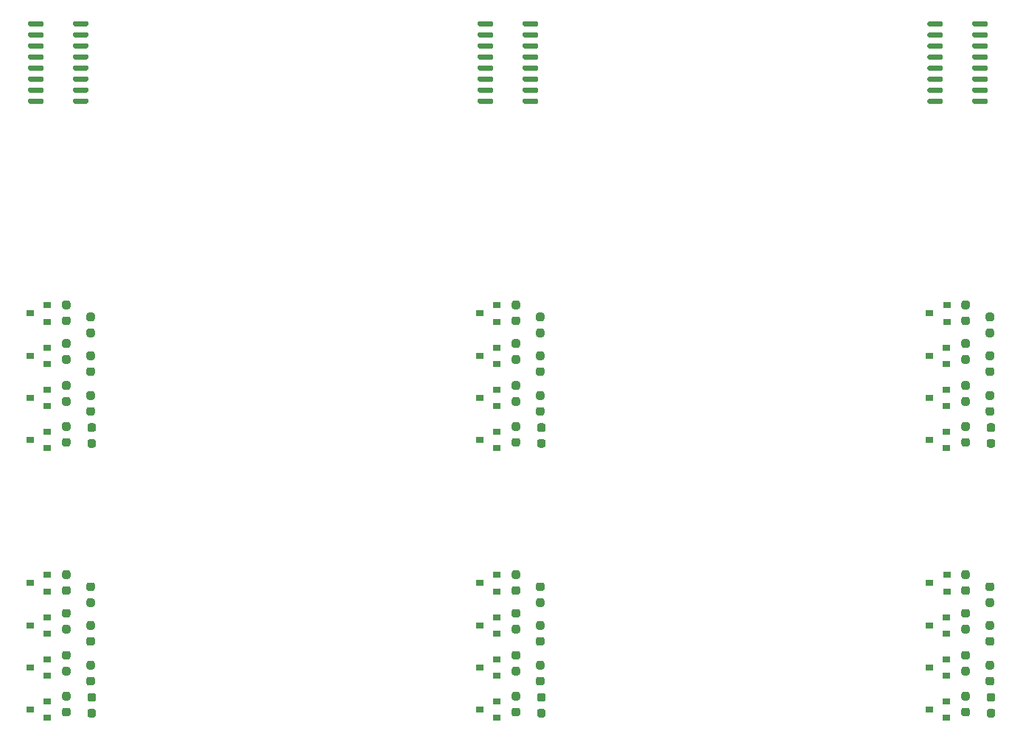
<source format=gbr>
%TF.GenerationSoftware,KiCad,Pcbnew,(5.1.8)-1*%
%TF.CreationDate,2021-02-10T13:28:32-06:00*%
%TF.ProjectId,PanelDrivers,50616e65-6c44-4726-9976-6572732e6b69,rev?*%
%TF.SameCoordinates,Original*%
%TF.FileFunction,Paste,Top*%
%TF.FilePolarity,Positive*%
%FSLAX46Y46*%
G04 Gerber Fmt 4.6, Leading zero omitted, Abs format (unit mm)*
G04 Created by KiCad (PCBNEW (5.1.8)-1) date 2021-02-10 13:28:32*
%MOMM*%
%LPD*%
G01*
G04 APERTURE LIST*
%ADD10R,0.900000X0.800000*%
G04 APERTURE END LIST*
%TO.C,R9*%
G36*
G01*
X164131300Y-137240200D02*
X163656300Y-137240200D01*
G75*
G02*
X163418800Y-137002700I0J237500D01*
G01*
X163418800Y-136502700D01*
G75*
G02*
X163656300Y-136265200I237500J0D01*
G01*
X164131300Y-136265200D01*
G75*
G02*
X164368800Y-136502700I0J-237500D01*
G01*
X164368800Y-137002700D01*
G75*
G02*
X164131300Y-137240200I-237500J0D01*
G01*
G37*
G36*
G01*
X164131300Y-139065200D02*
X163656300Y-139065200D01*
G75*
G02*
X163418800Y-138827700I0J237500D01*
G01*
X163418800Y-138327700D01*
G75*
G02*
X163656300Y-138090200I237500J0D01*
G01*
X164131300Y-138090200D01*
G75*
G02*
X164368800Y-138327700I0J-237500D01*
G01*
X164368800Y-138827700D01*
G75*
G02*
X164131300Y-139065200I-237500J0D01*
G01*
G37*
%TD*%
%TO.C,R9*%
G36*
G01*
X112481300Y-137240200D02*
X112006300Y-137240200D01*
G75*
G02*
X111768800Y-137002700I0J237500D01*
G01*
X111768800Y-136502700D01*
G75*
G02*
X112006300Y-136265200I237500J0D01*
G01*
X112481300Y-136265200D01*
G75*
G02*
X112718800Y-136502700I0J-237500D01*
G01*
X112718800Y-137002700D01*
G75*
G02*
X112481300Y-137240200I-237500J0D01*
G01*
G37*
G36*
G01*
X112481300Y-139065200D02*
X112006300Y-139065200D01*
G75*
G02*
X111768800Y-138827700I0J237500D01*
G01*
X111768800Y-138327700D01*
G75*
G02*
X112006300Y-138090200I237500J0D01*
G01*
X112481300Y-138090200D01*
G75*
G02*
X112718800Y-138327700I0J-237500D01*
G01*
X112718800Y-138827700D01*
G75*
G02*
X112481300Y-139065200I-237500J0D01*
G01*
G37*
%TD*%
%TO.C,R10*%
G36*
G01*
X166925300Y-130937200D02*
X166450300Y-130937200D01*
G75*
G02*
X166212800Y-130699700I0J237500D01*
G01*
X166212800Y-130199700D01*
G75*
G02*
X166450300Y-129962200I237500J0D01*
G01*
X166925300Y-129962200D01*
G75*
G02*
X167162800Y-130199700I0J-237500D01*
G01*
X167162800Y-130699700D01*
G75*
G02*
X166925300Y-130937200I-237500J0D01*
G01*
G37*
G36*
G01*
X166925300Y-129112200D02*
X166450300Y-129112200D01*
G75*
G02*
X166212800Y-128874700I0J237500D01*
G01*
X166212800Y-128374700D01*
G75*
G02*
X166450300Y-128137200I237500J0D01*
G01*
X166925300Y-128137200D01*
G75*
G02*
X167162800Y-128374700I0J-237500D01*
G01*
X167162800Y-128874700D01*
G75*
G02*
X166925300Y-129112200I-237500J0D01*
G01*
G37*
%TD*%
%TO.C,R10*%
G36*
G01*
X115275300Y-130937200D02*
X114800300Y-130937200D01*
G75*
G02*
X114562800Y-130699700I0J237500D01*
G01*
X114562800Y-130199700D01*
G75*
G02*
X114800300Y-129962200I237500J0D01*
G01*
X115275300Y-129962200D01*
G75*
G02*
X115512800Y-130199700I0J-237500D01*
G01*
X115512800Y-130699700D01*
G75*
G02*
X115275300Y-130937200I-237500J0D01*
G01*
G37*
G36*
G01*
X115275300Y-129112200D02*
X114800300Y-129112200D01*
G75*
G02*
X114562800Y-128874700I0J237500D01*
G01*
X114562800Y-128374700D01*
G75*
G02*
X114800300Y-128137200I237500J0D01*
G01*
X115275300Y-128137200D01*
G75*
G02*
X115512800Y-128374700I0J-237500D01*
G01*
X115512800Y-128874700D01*
G75*
G02*
X115275300Y-129112200I-237500J0D01*
G01*
G37*
%TD*%
%TO.C,R21*%
G36*
G01*
X164131300Y-123270200D02*
X163656300Y-123270200D01*
G75*
G02*
X163418800Y-123032700I0J237500D01*
G01*
X163418800Y-122532700D01*
G75*
G02*
X163656300Y-122295200I237500J0D01*
G01*
X164131300Y-122295200D01*
G75*
G02*
X164368800Y-122532700I0J-237500D01*
G01*
X164368800Y-123032700D01*
G75*
G02*
X164131300Y-123270200I-237500J0D01*
G01*
G37*
G36*
G01*
X164131300Y-125095200D02*
X163656300Y-125095200D01*
G75*
G02*
X163418800Y-124857700I0J237500D01*
G01*
X163418800Y-124357700D01*
G75*
G02*
X163656300Y-124120200I237500J0D01*
G01*
X164131300Y-124120200D01*
G75*
G02*
X164368800Y-124357700I0J-237500D01*
G01*
X164368800Y-124857700D01*
G75*
G02*
X164131300Y-125095200I-237500J0D01*
G01*
G37*
%TD*%
%TO.C,R21*%
G36*
G01*
X112481300Y-123270200D02*
X112006300Y-123270200D01*
G75*
G02*
X111768800Y-123032700I0J237500D01*
G01*
X111768800Y-122532700D01*
G75*
G02*
X112006300Y-122295200I237500J0D01*
G01*
X112481300Y-122295200D01*
G75*
G02*
X112718800Y-122532700I0J-237500D01*
G01*
X112718800Y-123032700D01*
G75*
G02*
X112481300Y-123270200I-237500J0D01*
G01*
G37*
G36*
G01*
X112481300Y-125095200D02*
X112006300Y-125095200D01*
G75*
G02*
X111768800Y-124857700I0J237500D01*
G01*
X111768800Y-124357700D01*
G75*
G02*
X112006300Y-124120200I237500J0D01*
G01*
X112481300Y-124120200D01*
G75*
G02*
X112718800Y-124357700I0J-237500D01*
G01*
X112718800Y-124857700D01*
G75*
G02*
X112481300Y-125095200I-237500J0D01*
G01*
G37*
%TD*%
D10*
%TO.C,Q2*%
X159718800Y-138300200D03*
X161718800Y-137350200D03*
X161718800Y-139250200D03*
%TD*%
%TO.C,Q2*%
X108068800Y-138300200D03*
X110068800Y-137350200D03*
X110068800Y-139250200D03*
%TD*%
%TO.C,Q4*%
X161718800Y-134424200D03*
X161718800Y-132524200D03*
X159718800Y-133474200D03*
%TD*%
%TO.C,Q4*%
X110068800Y-134424200D03*
X110068800Y-132524200D03*
X108068800Y-133474200D03*
%TD*%
%TO.C,R8*%
G36*
G01*
X167052300Y-139192200D02*
X166577300Y-139192200D01*
G75*
G02*
X166339800Y-138954700I0J237500D01*
G01*
X166339800Y-138454700D01*
G75*
G02*
X166577300Y-138217200I237500J0D01*
G01*
X167052300Y-138217200D01*
G75*
G02*
X167289800Y-138454700I0J-237500D01*
G01*
X167289800Y-138954700D01*
G75*
G02*
X167052300Y-139192200I-237500J0D01*
G01*
G37*
G36*
G01*
X167052300Y-137367200D02*
X166577300Y-137367200D01*
G75*
G02*
X166339800Y-137129700I0J237500D01*
G01*
X166339800Y-136629700D01*
G75*
G02*
X166577300Y-136392200I237500J0D01*
G01*
X167052300Y-136392200D01*
G75*
G02*
X167289800Y-136629700I0J-237500D01*
G01*
X167289800Y-137129700D01*
G75*
G02*
X167052300Y-137367200I-237500J0D01*
G01*
G37*
%TD*%
%TO.C,R8*%
G36*
G01*
X115402300Y-139192200D02*
X114927300Y-139192200D01*
G75*
G02*
X114689800Y-138954700I0J237500D01*
G01*
X114689800Y-138454700D01*
G75*
G02*
X114927300Y-138217200I237500J0D01*
G01*
X115402300Y-138217200D01*
G75*
G02*
X115639800Y-138454700I0J-237500D01*
G01*
X115639800Y-138954700D01*
G75*
G02*
X115402300Y-139192200I-237500J0D01*
G01*
G37*
G36*
G01*
X115402300Y-137367200D02*
X114927300Y-137367200D01*
G75*
G02*
X114689800Y-137129700I0J237500D01*
G01*
X114689800Y-136629700D01*
G75*
G02*
X114927300Y-136392200I237500J0D01*
G01*
X115402300Y-136392200D01*
G75*
G02*
X115639800Y-136629700I0J-237500D01*
G01*
X115639800Y-137129700D01*
G75*
G02*
X115402300Y-137367200I-237500J0D01*
G01*
G37*
%TD*%
%TO.C,Q3*%
X159718800Y-128648200D03*
X161718800Y-127698200D03*
X161718800Y-129598200D03*
%TD*%
%TO.C,Q3*%
X108068800Y-128648200D03*
X110068800Y-127698200D03*
X110068800Y-129598200D03*
%TD*%
%TO.C,R20*%
G36*
G01*
X166925300Y-126492200D02*
X166450300Y-126492200D01*
G75*
G02*
X166212800Y-126254700I0J237500D01*
G01*
X166212800Y-125754700D01*
G75*
G02*
X166450300Y-125517200I237500J0D01*
G01*
X166925300Y-125517200D01*
G75*
G02*
X167162800Y-125754700I0J-237500D01*
G01*
X167162800Y-126254700D01*
G75*
G02*
X166925300Y-126492200I-237500J0D01*
G01*
G37*
G36*
G01*
X166925300Y-124667200D02*
X166450300Y-124667200D01*
G75*
G02*
X166212800Y-124429700I0J237500D01*
G01*
X166212800Y-123929700D01*
G75*
G02*
X166450300Y-123692200I237500J0D01*
G01*
X166925300Y-123692200D01*
G75*
G02*
X167162800Y-123929700I0J-237500D01*
G01*
X167162800Y-124429700D01*
G75*
G02*
X166925300Y-124667200I-237500J0D01*
G01*
G37*
%TD*%
%TO.C,R20*%
G36*
G01*
X115275300Y-126492200D02*
X114800300Y-126492200D01*
G75*
G02*
X114562800Y-126254700I0J237500D01*
G01*
X114562800Y-125754700D01*
G75*
G02*
X114800300Y-125517200I237500J0D01*
G01*
X115275300Y-125517200D01*
G75*
G02*
X115512800Y-125754700I0J-237500D01*
G01*
X115512800Y-126254700D01*
G75*
G02*
X115275300Y-126492200I-237500J0D01*
G01*
G37*
G36*
G01*
X115275300Y-124667200D02*
X114800300Y-124667200D01*
G75*
G02*
X114562800Y-124429700I0J237500D01*
G01*
X114562800Y-123929700D01*
G75*
G02*
X114800300Y-123692200I237500J0D01*
G01*
X115275300Y-123692200D01*
G75*
G02*
X115512800Y-123929700I0J-237500D01*
G01*
X115512800Y-124429700D01*
G75*
G02*
X115275300Y-124667200I-237500J0D01*
G01*
G37*
%TD*%
%TO.C,Q5*%
X161734800Y-124711200D03*
X161734800Y-122811200D03*
X159734800Y-123761200D03*
%TD*%
%TO.C,Q5*%
X110084800Y-124711200D03*
X110084800Y-122811200D03*
X108084800Y-123761200D03*
%TD*%
%TO.C,R19*%
G36*
G01*
X164131300Y-132541200D02*
X163656300Y-132541200D01*
G75*
G02*
X163418800Y-132303700I0J237500D01*
G01*
X163418800Y-131803700D01*
G75*
G02*
X163656300Y-131566200I237500J0D01*
G01*
X164131300Y-131566200D01*
G75*
G02*
X164368800Y-131803700I0J-237500D01*
G01*
X164368800Y-132303700D01*
G75*
G02*
X164131300Y-132541200I-237500J0D01*
G01*
G37*
G36*
G01*
X164131300Y-134366200D02*
X163656300Y-134366200D01*
G75*
G02*
X163418800Y-134128700I0J237500D01*
G01*
X163418800Y-133628700D01*
G75*
G02*
X163656300Y-133391200I237500J0D01*
G01*
X164131300Y-133391200D01*
G75*
G02*
X164368800Y-133628700I0J-237500D01*
G01*
X164368800Y-134128700D01*
G75*
G02*
X164131300Y-134366200I-237500J0D01*
G01*
G37*
%TD*%
%TO.C,R19*%
G36*
G01*
X112481300Y-132541200D02*
X112006300Y-132541200D01*
G75*
G02*
X111768800Y-132303700I0J237500D01*
G01*
X111768800Y-131803700D01*
G75*
G02*
X112006300Y-131566200I237500J0D01*
G01*
X112481300Y-131566200D01*
G75*
G02*
X112718800Y-131803700I0J-237500D01*
G01*
X112718800Y-132303700D01*
G75*
G02*
X112481300Y-132541200I-237500J0D01*
G01*
G37*
G36*
G01*
X112481300Y-134366200D02*
X112006300Y-134366200D01*
G75*
G02*
X111768800Y-134128700I0J237500D01*
G01*
X111768800Y-133628700D01*
G75*
G02*
X112006300Y-133391200I237500J0D01*
G01*
X112481300Y-133391200D01*
G75*
G02*
X112718800Y-133628700I0J-237500D01*
G01*
X112718800Y-134128700D01*
G75*
G02*
X112481300Y-134366200I-237500J0D01*
G01*
G37*
%TD*%
%TO.C,R18*%
G36*
G01*
X166925300Y-135509200D02*
X166450300Y-135509200D01*
G75*
G02*
X166212800Y-135271700I0J237500D01*
G01*
X166212800Y-134771700D01*
G75*
G02*
X166450300Y-134534200I237500J0D01*
G01*
X166925300Y-134534200D01*
G75*
G02*
X167162800Y-134771700I0J-237500D01*
G01*
X167162800Y-135271700D01*
G75*
G02*
X166925300Y-135509200I-237500J0D01*
G01*
G37*
G36*
G01*
X166925300Y-133684200D02*
X166450300Y-133684200D01*
G75*
G02*
X166212800Y-133446700I0J237500D01*
G01*
X166212800Y-132946700D01*
G75*
G02*
X166450300Y-132709200I237500J0D01*
G01*
X166925300Y-132709200D01*
G75*
G02*
X167162800Y-132946700I0J-237500D01*
G01*
X167162800Y-133446700D01*
G75*
G02*
X166925300Y-133684200I-237500J0D01*
G01*
G37*
%TD*%
%TO.C,R18*%
G36*
G01*
X115275300Y-135509200D02*
X114800300Y-135509200D01*
G75*
G02*
X114562800Y-135271700I0J237500D01*
G01*
X114562800Y-134771700D01*
G75*
G02*
X114800300Y-134534200I237500J0D01*
G01*
X115275300Y-134534200D01*
G75*
G02*
X115512800Y-134771700I0J-237500D01*
G01*
X115512800Y-135271700D01*
G75*
G02*
X115275300Y-135509200I-237500J0D01*
G01*
G37*
G36*
G01*
X115275300Y-133684200D02*
X114800300Y-133684200D01*
G75*
G02*
X114562800Y-133446700I0J237500D01*
G01*
X114562800Y-132946700D01*
G75*
G02*
X114800300Y-132709200I237500J0D01*
G01*
X115275300Y-132709200D01*
G75*
G02*
X115512800Y-132946700I0J-237500D01*
G01*
X115512800Y-133446700D01*
G75*
G02*
X115275300Y-133684200I-237500J0D01*
G01*
G37*
%TD*%
%TO.C,R17*%
G36*
G01*
X164131300Y-127715200D02*
X163656300Y-127715200D01*
G75*
G02*
X163418800Y-127477700I0J237500D01*
G01*
X163418800Y-126977700D01*
G75*
G02*
X163656300Y-126740200I237500J0D01*
G01*
X164131300Y-126740200D01*
G75*
G02*
X164368800Y-126977700I0J-237500D01*
G01*
X164368800Y-127477700D01*
G75*
G02*
X164131300Y-127715200I-237500J0D01*
G01*
G37*
G36*
G01*
X164131300Y-129540200D02*
X163656300Y-129540200D01*
G75*
G02*
X163418800Y-129302700I0J237500D01*
G01*
X163418800Y-128802700D01*
G75*
G02*
X163656300Y-128565200I237500J0D01*
G01*
X164131300Y-128565200D01*
G75*
G02*
X164368800Y-128802700I0J-237500D01*
G01*
X164368800Y-129302700D01*
G75*
G02*
X164131300Y-129540200I-237500J0D01*
G01*
G37*
%TD*%
%TO.C,R17*%
G36*
G01*
X112481300Y-127715200D02*
X112006300Y-127715200D01*
G75*
G02*
X111768800Y-127477700I0J237500D01*
G01*
X111768800Y-126977700D01*
G75*
G02*
X112006300Y-126740200I237500J0D01*
G01*
X112481300Y-126740200D01*
G75*
G02*
X112718800Y-126977700I0J-237500D01*
G01*
X112718800Y-127477700D01*
G75*
G02*
X112481300Y-127715200I-237500J0D01*
G01*
G37*
G36*
G01*
X112481300Y-129540200D02*
X112006300Y-129540200D01*
G75*
G02*
X111768800Y-129302700I0J237500D01*
G01*
X111768800Y-128802700D01*
G75*
G02*
X112006300Y-128565200I237500J0D01*
G01*
X112481300Y-128565200D01*
G75*
G02*
X112718800Y-128802700I0J-237500D01*
G01*
X112718800Y-129302700D01*
G75*
G02*
X112481300Y-129540200I-237500J0D01*
G01*
G37*
%TD*%
%TO.C,U1*%
G36*
G01*
X161277800Y-68230200D02*
X161277800Y-68530200D01*
G75*
G02*
X161127800Y-68680200I-150000J0D01*
G01*
X159677800Y-68680200D01*
G75*
G02*
X159527800Y-68530200I0J150000D01*
G01*
X159527800Y-68230200D01*
G75*
G02*
X159677800Y-68080200I150000J0D01*
G01*
X161127800Y-68080200D01*
G75*
G02*
X161277800Y-68230200I0J-150000D01*
G01*
G37*
G36*
G01*
X161277800Y-66960200D02*
X161277800Y-67260200D01*
G75*
G02*
X161127800Y-67410200I-150000J0D01*
G01*
X159677800Y-67410200D01*
G75*
G02*
X159527800Y-67260200I0J150000D01*
G01*
X159527800Y-66960200D01*
G75*
G02*
X159677800Y-66810200I150000J0D01*
G01*
X161127800Y-66810200D01*
G75*
G02*
X161277800Y-66960200I0J-150000D01*
G01*
G37*
G36*
G01*
X161277800Y-65690200D02*
X161277800Y-65990200D01*
G75*
G02*
X161127800Y-66140200I-150000J0D01*
G01*
X159677800Y-66140200D01*
G75*
G02*
X159527800Y-65990200I0J150000D01*
G01*
X159527800Y-65690200D01*
G75*
G02*
X159677800Y-65540200I150000J0D01*
G01*
X161127800Y-65540200D01*
G75*
G02*
X161277800Y-65690200I0J-150000D01*
G01*
G37*
G36*
G01*
X161277800Y-64420200D02*
X161277800Y-64720200D01*
G75*
G02*
X161127800Y-64870200I-150000J0D01*
G01*
X159677800Y-64870200D01*
G75*
G02*
X159527800Y-64720200I0J150000D01*
G01*
X159527800Y-64420200D01*
G75*
G02*
X159677800Y-64270200I150000J0D01*
G01*
X161127800Y-64270200D01*
G75*
G02*
X161277800Y-64420200I0J-150000D01*
G01*
G37*
G36*
G01*
X161277800Y-63150200D02*
X161277800Y-63450200D01*
G75*
G02*
X161127800Y-63600200I-150000J0D01*
G01*
X159677800Y-63600200D01*
G75*
G02*
X159527800Y-63450200I0J150000D01*
G01*
X159527800Y-63150200D01*
G75*
G02*
X159677800Y-63000200I150000J0D01*
G01*
X161127800Y-63000200D01*
G75*
G02*
X161277800Y-63150200I0J-150000D01*
G01*
G37*
G36*
G01*
X161277800Y-61880200D02*
X161277800Y-62180200D01*
G75*
G02*
X161127800Y-62330200I-150000J0D01*
G01*
X159677800Y-62330200D01*
G75*
G02*
X159527800Y-62180200I0J150000D01*
G01*
X159527800Y-61880200D01*
G75*
G02*
X159677800Y-61730200I150000J0D01*
G01*
X161127800Y-61730200D01*
G75*
G02*
X161277800Y-61880200I0J-150000D01*
G01*
G37*
G36*
G01*
X161277800Y-60610200D02*
X161277800Y-60910200D01*
G75*
G02*
X161127800Y-61060200I-150000J0D01*
G01*
X159677800Y-61060200D01*
G75*
G02*
X159527800Y-60910200I0J150000D01*
G01*
X159527800Y-60610200D01*
G75*
G02*
X159677800Y-60460200I150000J0D01*
G01*
X161127800Y-60460200D01*
G75*
G02*
X161277800Y-60610200I0J-150000D01*
G01*
G37*
G36*
G01*
X161277800Y-59340200D02*
X161277800Y-59640200D01*
G75*
G02*
X161127800Y-59790200I-150000J0D01*
G01*
X159677800Y-59790200D01*
G75*
G02*
X159527800Y-59640200I0J150000D01*
G01*
X159527800Y-59340200D01*
G75*
G02*
X159677800Y-59190200I150000J0D01*
G01*
X161127800Y-59190200D01*
G75*
G02*
X161277800Y-59340200I0J-150000D01*
G01*
G37*
G36*
G01*
X166427800Y-59340200D02*
X166427800Y-59640200D01*
G75*
G02*
X166277800Y-59790200I-150000J0D01*
G01*
X164827800Y-59790200D01*
G75*
G02*
X164677800Y-59640200I0J150000D01*
G01*
X164677800Y-59340200D01*
G75*
G02*
X164827800Y-59190200I150000J0D01*
G01*
X166277800Y-59190200D01*
G75*
G02*
X166427800Y-59340200I0J-150000D01*
G01*
G37*
G36*
G01*
X166427800Y-60610200D02*
X166427800Y-60910200D01*
G75*
G02*
X166277800Y-61060200I-150000J0D01*
G01*
X164827800Y-61060200D01*
G75*
G02*
X164677800Y-60910200I0J150000D01*
G01*
X164677800Y-60610200D01*
G75*
G02*
X164827800Y-60460200I150000J0D01*
G01*
X166277800Y-60460200D01*
G75*
G02*
X166427800Y-60610200I0J-150000D01*
G01*
G37*
G36*
G01*
X166427800Y-61880200D02*
X166427800Y-62180200D01*
G75*
G02*
X166277800Y-62330200I-150000J0D01*
G01*
X164827800Y-62330200D01*
G75*
G02*
X164677800Y-62180200I0J150000D01*
G01*
X164677800Y-61880200D01*
G75*
G02*
X164827800Y-61730200I150000J0D01*
G01*
X166277800Y-61730200D01*
G75*
G02*
X166427800Y-61880200I0J-150000D01*
G01*
G37*
G36*
G01*
X166427800Y-63150200D02*
X166427800Y-63450200D01*
G75*
G02*
X166277800Y-63600200I-150000J0D01*
G01*
X164827800Y-63600200D01*
G75*
G02*
X164677800Y-63450200I0J150000D01*
G01*
X164677800Y-63150200D01*
G75*
G02*
X164827800Y-63000200I150000J0D01*
G01*
X166277800Y-63000200D01*
G75*
G02*
X166427800Y-63150200I0J-150000D01*
G01*
G37*
G36*
G01*
X166427800Y-64420200D02*
X166427800Y-64720200D01*
G75*
G02*
X166277800Y-64870200I-150000J0D01*
G01*
X164827800Y-64870200D01*
G75*
G02*
X164677800Y-64720200I0J150000D01*
G01*
X164677800Y-64420200D01*
G75*
G02*
X164827800Y-64270200I150000J0D01*
G01*
X166277800Y-64270200D01*
G75*
G02*
X166427800Y-64420200I0J-150000D01*
G01*
G37*
G36*
G01*
X166427800Y-65690200D02*
X166427800Y-65990200D01*
G75*
G02*
X166277800Y-66140200I-150000J0D01*
G01*
X164827800Y-66140200D01*
G75*
G02*
X164677800Y-65990200I0J150000D01*
G01*
X164677800Y-65690200D01*
G75*
G02*
X164827800Y-65540200I150000J0D01*
G01*
X166277800Y-65540200D01*
G75*
G02*
X166427800Y-65690200I0J-150000D01*
G01*
G37*
G36*
G01*
X166427800Y-66960200D02*
X166427800Y-67260200D01*
G75*
G02*
X166277800Y-67410200I-150000J0D01*
G01*
X164827800Y-67410200D01*
G75*
G02*
X164677800Y-67260200I0J150000D01*
G01*
X164677800Y-66960200D01*
G75*
G02*
X164827800Y-66810200I150000J0D01*
G01*
X166277800Y-66810200D01*
G75*
G02*
X166427800Y-66960200I0J-150000D01*
G01*
G37*
G36*
G01*
X166427800Y-68230200D02*
X166427800Y-68530200D01*
G75*
G02*
X166277800Y-68680200I-150000J0D01*
G01*
X164827800Y-68680200D01*
G75*
G02*
X164677800Y-68530200I0J150000D01*
G01*
X164677800Y-68230200D01*
G75*
G02*
X164827800Y-68080200I150000J0D01*
G01*
X166277800Y-68080200D01*
G75*
G02*
X166427800Y-68230200I0J-150000D01*
G01*
G37*
%TD*%
%TO.C,U1*%
G36*
G01*
X109627800Y-68230200D02*
X109627800Y-68530200D01*
G75*
G02*
X109477800Y-68680200I-150000J0D01*
G01*
X108027800Y-68680200D01*
G75*
G02*
X107877800Y-68530200I0J150000D01*
G01*
X107877800Y-68230200D01*
G75*
G02*
X108027800Y-68080200I150000J0D01*
G01*
X109477800Y-68080200D01*
G75*
G02*
X109627800Y-68230200I0J-150000D01*
G01*
G37*
G36*
G01*
X109627800Y-66960200D02*
X109627800Y-67260200D01*
G75*
G02*
X109477800Y-67410200I-150000J0D01*
G01*
X108027800Y-67410200D01*
G75*
G02*
X107877800Y-67260200I0J150000D01*
G01*
X107877800Y-66960200D01*
G75*
G02*
X108027800Y-66810200I150000J0D01*
G01*
X109477800Y-66810200D01*
G75*
G02*
X109627800Y-66960200I0J-150000D01*
G01*
G37*
G36*
G01*
X109627800Y-65690200D02*
X109627800Y-65990200D01*
G75*
G02*
X109477800Y-66140200I-150000J0D01*
G01*
X108027800Y-66140200D01*
G75*
G02*
X107877800Y-65990200I0J150000D01*
G01*
X107877800Y-65690200D01*
G75*
G02*
X108027800Y-65540200I150000J0D01*
G01*
X109477800Y-65540200D01*
G75*
G02*
X109627800Y-65690200I0J-150000D01*
G01*
G37*
G36*
G01*
X109627800Y-64420200D02*
X109627800Y-64720200D01*
G75*
G02*
X109477800Y-64870200I-150000J0D01*
G01*
X108027800Y-64870200D01*
G75*
G02*
X107877800Y-64720200I0J150000D01*
G01*
X107877800Y-64420200D01*
G75*
G02*
X108027800Y-64270200I150000J0D01*
G01*
X109477800Y-64270200D01*
G75*
G02*
X109627800Y-64420200I0J-150000D01*
G01*
G37*
G36*
G01*
X109627800Y-63150200D02*
X109627800Y-63450200D01*
G75*
G02*
X109477800Y-63600200I-150000J0D01*
G01*
X108027800Y-63600200D01*
G75*
G02*
X107877800Y-63450200I0J150000D01*
G01*
X107877800Y-63150200D01*
G75*
G02*
X108027800Y-63000200I150000J0D01*
G01*
X109477800Y-63000200D01*
G75*
G02*
X109627800Y-63150200I0J-150000D01*
G01*
G37*
G36*
G01*
X109627800Y-61880200D02*
X109627800Y-62180200D01*
G75*
G02*
X109477800Y-62330200I-150000J0D01*
G01*
X108027800Y-62330200D01*
G75*
G02*
X107877800Y-62180200I0J150000D01*
G01*
X107877800Y-61880200D01*
G75*
G02*
X108027800Y-61730200I150000J0D01*
G01*
X109477800Y-61730200D01*
G75*
G02*
X109627800Y-61880200I0J-150000D01*
G01*
G37*
G36*
G01*
X109627800Y-60610200D02*
X109627800Y-60910200D01*
G75*
G02*
X109477800Y-61060200I-150000J0D01*
G01*
X108027800Y-61060200D01*
G75*
G02*
X107877800Y-60910200I0J150000D01*
G01*
X107877800Y-60610200D01*
G75*
G02*
X108027800Y-60460200I150000J0D01*
G01*
X109477800Y-60460200D01*
G75*
G02*
X109627800Y-60610200I0J-150000D01*
G01*
G37*
G36*
G01*
X109627800Y-59340200D02*
X109627800Y-59640200D01*
G75*
G02*
X109477800Y-59790200I-150000J0D01*
G01*
X108027800Y-59790200D01*
G75*
G02*
X107877800Y-59640200I0J150000D01*
G01*
X107877800Y-59340200D01*
G75*
G02*
X108027800Y-59190200I150000J0D01*
G01*
X109477800Y-59190200D01*
G75*
G02*
X109627800Y-59340200I0J-150000D01*
G01*
G37*
G36*
G01*
X114777800Y-59340200D02*
X114777800Y-59640200D01*
G75*
G02*
X114627800Y-59790200I-150000J0D01*
G01*
X113177800Y-59790200D01*
G75*
G02*
X113027800Y-59640200I0J150000D01*
G01*
X113027800Y-59340200D01*
G75*
G02*
X113177800Y-59190200I150000J0D01*
G01*
X114627800Y-59190200D01*
G75*
G02*
X114777800Y-59340200I0J-150000D01*
G01*
G37*
G36*
G01*
X114777800Y-60610200D02*
X114777800Y-60910200D01*
G75*
G02*
X114627800Y-61060200I-150000J0D01*
G01*
X113177800Y-61060200D01*
G75*
G02*
X113027800Y-60910200I0J150000D01*
G01*
X113027800Y-60610200D01*
G75*
G02*
X113177800Y-60460200I150000J0D01*
G01*
X114627800Y-60460200D01*
G75*
G02*
X114777800Y-60610200I0J-150000D01*
G01*
G37*
G36*
G01*
X114777800Y-61880200D02*
X114777800Y-62180200D01*
G75*
G02*
X114627800Y-62330200I-150000J0D01*
G01*
X113177800Y-62330200D01*
G75*
G02*
X113027800Y-62180200I0J150000D01*
G01*
X113027800Y-61880200D01*
G75*
G02*
X113177800Y-61730200I150000J0D01*
G01*
X114627800Y-61730200D01*
G75*
G02*
X114777800Y-61880200I0J-150000D01*
G01*
G37*
G36*
G01*
X114777800Y-63150200D02*
X114777800Y-63450200D01*
G75*
G02*
X114627800Y-63600200I-150000J0D01*
G01*
X113177800Y-63600200D01*
G75*
G02*
X113027800Y-63450200I0J150000D01*
G01*
X113027800Y-63150200D01*
G75*
G02*
X113177800Y-63000200I150000J0D01*
G01*
X114627800Y-63000200D01*
G75*
G02*
X114777800Y-63150200I0J-150000D01*
G01*
G37*
G36*
G01*
X114777800Y-64420200D02*
X114777800Y-64720200D01*
G75*
G02*
X114627800Y-64870200I-150000J0D01*
G01*
X113177800Y-64870200D01*
G75*
G02*
X113027800Y-64720200I0J150000D01*
G01*
X113027800Y-64420200D01*
G75*
G02*
X113177800Y-64270200I150000J0D01*
G01*
X114627800Y-64270200D01*
G75*
G02*
X114777800Y-64420200I0J-150000D01*
G01*
G37*
G36*
G01*
X114777800Y-65690200D02*
X114777800Y-65990200D01*
G75*
G02*
X114627800Y-66140200I-150000J0D01*
G01*
X113177800Y-66140200D01*
G75*
G02*
X113027800Y-65990200I0J150000D01*
G01*
X113027800Y-65690200D01*
G75*
G02*
X113177800Y-65540200I150000J0D01*
G01*
X114627800Y-65540200D01*
G75*
G02*
X114777800Y-65690200I0J-150000D01*
G01*
G37*
G36*
G01*
X114777800Y-66960200D02*
X114777800Y-67260200D01*
G75*
G02*
X114627800Y-67410200I-150000J0D01*
G01*
X113177800Y-67410200D01*
G75*
G02*
X113027800Y-67260200I0J150000D01*
G01*
X113027800Y-66960200D01*
G75*
G02*
X113177800Y-66810200I150000J0D01*
G01*
X114627800Y-66810200D01*
G75*
G02*
X114777800Y-66960200I0J-150000D01*
G01*
G37*
G36*
G01*
X114777800Y-68230200D02*
X114777800Y-68530200D01*
G75*
G02*
X114627800Y-68680200I-150000J0D01*
G01*
X113177800Y-68680200D01*
G75*
G02*
X113027800Y-68530200I0J150000D01*
G01*
X113027800Y-68230200D01*
G75*
G02*
X113177800Y-68080200I150000J0D01*
G01*
X114627800Y-68080200D01*
G75*
G02*
X114777800Y-68230200I0J-150000D01*
G01*
G37*
%TD*%
%TO.C,R9*%
G36*
G01*
X164131300Y-108065200D02*
X163656300Y-108065200D01*
G75*
G02*
X163418800Y-107827700I0J237500D01*
G01*
X163418800Y-107327700D01*
G75*
G02*
X163656300Y-107090200I237500J0D01*
G01*
X164131300Y-107090200D01*
G75*
G02*
X164368800Y-107327700I0J-237500D01*
G01*
X164368800Y-107827700D01*
G75*
G02*
X164131300Y-108065200I-237500J0D01*
G01*
G37*
G36*
G01*
X164131300Y-106240200D02*
X163656300Y-106240200D01*
G75*
G02*
X163418800Y-106002700I0J237500D01*
G01*
X163418800Y-105502700D01*
G75*
G02*
X163656300Y-105265200I237500J0D01*
G01*
X164131300Y-105265200D01*
G75*
G02*
X164368800Y-105502700I0J-237500D01*
G01*
X164368800Y-106002700D01*
G75*
G02*
X164131300Y-106240200I-237500J0D01*
G01*
G37*
%TD*%
%TO.C,R9*%
G36*
G01*
X112481300Y-108065200D02*
X112006300Y-108065200D01*
G75*
G02*
X111768800Y-107827700I0J237500D01*
G01*
X111768800Y-107327700D01*
G75*
G02*
X112006300Y-107090200I237500J0D01*
G01*
X112481300Y-107090200D01*
G75*
G02*
X112718800Y-107327700I0J-237500D01*
G01*
X112718800Y-107827700D01*
G75*
G02*
X112481300Y-108065200I-237500J0D01*
G01*
G37*
G36*
G01*
X112481300Y-106240200D02*
X112006300Y-106240200D01*
G75*
G02*
X111768800Y-106002700I0J237500D01*
G01*
X111768800Y-105502700D01*
G75*
G02*
X112006300Y-105265200I237500J0D01*
G01*
X112481300Y-105265200D01*
G75*
G02*
X112718800Y-105502700I0J-237500D01*
G01*
X112718800Y-106002700D01*
G75*
G02*
X112481300Y-106240200I-237500J0D01*
G01*
G37*
%TD*%
%TO.C,R10*%
G36*
G01*
X166925300Y-98112200D02*
X166450300Y-98112200D01*
G75*
G02*
X166212800Y-97874700I0J237500D01*
G01*
X166212800Y-97374700D01*
G75*
G02*
X166450300Y-97137200I237500J0D01*
G01*
X166925300Y-97137200D01*
G75*
G02*
X167162800Y-97374700I0J-237500D01*
G01*
X167162800Y-97874700D01*
G75*
G02*
X166925300Y-98112200I-237500J0D01*
G01*
G37*
G36*
G01*
X166925300Y-99937200D02*
X166450300Y-99937200D01*
G75*
G02*
X166212800Y-99699700I0J237500D01*
G01*
X166212800Y-99199700D01*
G75*
G02*
X166450300Y-98962200I237500J0D01*
G01*
X166925300Y-98962200D01*
G75*
G02*
X167162800Y-99199700I0J-237500D01*
G01*
X167162800Y-99699700D01*
G75*
G02*
X166925300Y-99937200I-237500J0D01*
G01*
G37*
%TD*%
%TO.C,R10*%
G36*
G01*
X115275300Y-98112200D02*
X114800300Y-98112200D01*
G75*
G02*
X114562800Y-97874700I0J237500D01*
G01*
X114562800Y-97374700D01*
G75*
G02*
X114800300Y-97137200I237500J0D01*
G01*
X115275300Y-97137200D01*
G75*
G02*
X115512800Y-97374700I0J-237500D01*
G01*
X115512800Y-97874700D01*
G75*
G02*
X115275300Y-98112200I-237500J0D01*
G01*
G37*
G36*
G01*
X115275300Y-99937200D02*
X114800300Y-99937200D01*
G75*
G02*
X114562800Y-99699700I0J237500D01*
G01*
X114562800Y-99199700D01*
G75*
G02*
X114800300Y-98962200I237500J0D01*
G01*
X115275300Y-98962200D01*
G75*
G02*
X115512800Y-99199700I0J-237500D01*
G01*
X115512800Y-99699700D01*
G75*
G02*
X115275300Y-99937200I-237500J0D01*
G01*
G37*
%TD*%
%TO.C,R21*%
G36*
G01*
X164131300Y-94095200D02*
X163656300Y-94095200D01*
G75*
G02*
X163418800Y-93857700I0J237500D01*
G01*
X163418800Y-93357700D01*
G75*
G02*
X163656300Y-93120200I237500J0D01*
G01*
X164131300Y-93120200D01*
G75*
G02*
X164368800Y-93357700I0J-237500D01*
G01*
X164368800Y-93857700D01*
G75*
G02*
X164131300Y-94095200I-237500J0D01*
G01*
G37*
G36*
G01*
X164131300Y-92270200D02*
X163656300Y-92270200D01*
G75*
G02*
X163418800Y-92032700I0J237500D01*
G01*
X163418800Y-91532700D01*
G75*
G02*
X163656300Y-91295200I237500J0D01*
G01*
X164131300Y-91295200D01*
G75*
G02*
X164368800Y-91532700I0J-237500D01*
G01*
X164368800Y-92032700D01*
G75*
G02*
X164131300Y-92270200I-237500J0D01*
G01*
G37*
%TD*%
%TO.C,R21*%
G36*
G01*
X112481300Y-94095200D02*
X112006300Y-94095200D01*
G75*
G02*
X111768800Y-93857700I0J237500D01*
G01*
X111768800Y-93357700D01*
G75*
G02*
X112006300Y-93120200I237500J0D01*
G01*
X112481300Y-93120200D01*
G75*
G02*
X112718800Y-93357700I0J-237500D01*
G01*
X112718800Y-93857700D01*
G75*
G02*
X112481300Y-94095200I-237500J0D01*
G01*
G37*
G36*
G01*
X112481300Y-92270200D02*
X112006300Y-92270200D01*
G75*
G02*
X111768800Y-92032700I0J237500D01*
G01*
X111768800Y-91532700D01*
G75*
G02*
X112006300Y-91295200I237500J0D01*
G01*
X112481300Y-91295200D01*
G75*
G02*
X112718800Y-91532700I0J-237500D01*
G01*
X112718800Y-92032700D01*
G75*
G02*
X112481300Y-92270200I-237500J0D01*
G01*
G37*
%TD*%
%TO.C,Q2*%
X161718800Y-108250200D03*
X161718800Y-106350200D03*
X159718800Y-107300200D03*
%TD*%
%TO.C,Q2*%
X110068800Y-108250200D03*
X110068800Y-106350200D03*
X108068800Y-107300200D03*
%TD*%
%TO.C,Q4*%
X159718800Y-102474200D03*
X161718800Y-101524200D03*
X161718800Y-103424200D03*
%TD*%
%TO.C,Q4*%
X108068800Y-102474200D03*
X110068800Y-101524200D03*
X110068800Y-103424200D03*
%TD*%
%TO.C,R8*%
G36*
G01*
X167052300Y-106367200D02*
X166577300Y-106367200D01*
G75*
G02*
X166339800Y-106129700I0J237500D01*
G01*
X166339800Y-105629700D01*
G75*
G02*
X166577300Y-105392200I237500J0D01*
G01*
X167052300Y-105392200D01*
G75*
G02*
X167289800Y-105629700I0J-237500D01*
G01*
X167289800Y-106129700D01*
G75*
G02*
X167052300Y-106367200I-237500J0D01*
G01*
G37*
G36*
G01*
X167052300Y-108192200D02*
X166577300Y-108192200D01*
G75*
G02*
X166339800Y-107954700I0J237500D01*
G01*
X166339800Y-107454700D01*
G75*
G02*
X166577300Y-107217200I237500J0D01*
G01*
X167052300Y-107217200D01*
G75*
G02*
X167289800Y-107454700I0J-237500D01*
G01*
X167289800Y-107954700D01*
G75*
G02*
X167052300Y-108192200I-237500J0D01*
G01*
G37*
%TD*%
%TO.C,R8*%
G36*
G01*
X115402300Y-106367200D02*
X114927300Y-106367200D01*
G75*
G02*
X114689800Y-106129700I0J237500D01*
G01*
X114689800Y-105629700D01*
G75*
G02*
X114927300Y-105392200I237500J0D01*
G01*
X115402300Y-105392200D01*
G75*
G02*
X115639800Y-105629700I0J-237500D01*
G01*
X115639800Y-106129700D01*
G75*
G02*
X115402300Y-106367200I-237500J0D01*
G01*
G37*
G36*
G01*
X115402300Y-108192200D02*
X114927300Y-108192200D01*
G75*
G02*
X114689800Y-107954700I0J237500D01*
G01*
X114689800Y-107454700D01*
G75*
G02*
X114927300Y-107217200I237500J0D01*
G01*
X115402300Y-107217200D01*
G75*
G02*
X115639800Y-107454700I0J-237500D01*
G01*
X115639800Y-107954700D01*
G75*
G02*
X115402300Y-108192200I-237500J0D01*
G01*
G37*
%TD*%
%TO.C,Q3*%
X161718800Y-98598200D03*
X161718800Y-96698200D03*
X159718800Y-97648200D03*
%TD*%
%TO.C,Q3*%
X110068800Y-98598200D03*
X110068800Y-96698200D03*
X108068800Y-97648200D03*
%TD*%
%TO.C,R20*%
G36*
G01*
X166925300Y-93667200D02*
X166450300Y-93667200D01*
G75*
G02*
X166212800Y-93429700I0J237500D01*
G01*
X166212800Y-92929700D01*
G75*
G02*
X166450300Y-92692200I237500J0D01*
G01*
X166925300Y-92692200D01*
G75*
G02*
X167162800Y-92929700I0J-237500D01*
G01*
X167162800Y-93429700D01*
G75*
G02*
X166925300Y-93667200I-237500J0D01*
G01*
G37*
G36*
G01*
X166925300Y-95492200D02*
X166450300Y-95492200D01*
G75*
G02*
X166212800Y-95254700I0J237500D01*
G01*
X166212800Y-94754700D01*
G75*
G02*
X166450300Y-94517200I237500J0D01*
G01*
X166925300Y-94517200D01*
G75*
G02*
X167162800Y-94754700I0J-237500D01*
G01*
X167162800Y-95254700D01*
G75*
G02*
X166925300Y-95492200I-237500J0D01*
G01*
G37*
%TD*%
%TO.C,R20*%
G36*
G01*
X115275300Y-93667200D02*
X114800300Y-93667200D01*
G75*
G02*
X114562800Y-93429700I0J237500D01*
G01*
X114562800Y-92929700D01*
G75*
G02*
X114800300Y-92692200I237500J0D01*
G01*
X115275300Y-92692200D01*
G75*
G02*
X115512800Y-92929700I0J-237500D01*
G01*
X115512800Y-93429700D01*
G75*
G02*
X115275300Y-93667200I-237500J0D01*
G01*
G37*
G36*
G01*
X115275300Y-95492200D02*
X114800300Y-95492200D01*
G75*
G02*
X114562800Y-95254700I0J237500D01*
G01*
X114562800Y-94754700D01*
G75*
G02*
X114800300Y-94517200I237500J0D01*
G01*
X115275300Y-94517200D01*
G75*
G02*
X115512800Y-94754700I0J-237500D01*
G01*
X115512800Y-95254700D01*
G75*
G02*
X115275300Y-95492200I-237500J0D01*
G01*
G37*
%TD*%
%TO.C,Q5*%
X159734800Y-92761200D03*
X161734800Y-91811200D03*
X161734800Y-93711200D03*
%TD*%
%TO.C,Q5*%
X108084800Y-92761200D03*
X110084800Y-91811200D03*
X110084800Y-93711200D03*
%TD*%
%TO.C,R19*%
G36*
G01*
X164131300Y-103366200D02*
X163656300Y-103366200D01*
G75*
G02*
X163418800Y-103128700I0J237500D01*
G01*
X163418800Y-102628700D01*
G75*
G02*
X163656300Y-102391200I237500J0D01*
G01*
X164131300Y-102391200D01*
G75*
G02*
X164368800Y-102628700I0J-237500D01*
G01*
X164368800Y-103128700D01*
G75*
G02*
X164131300Y-103366200I-237500J0D01*
G01*
G37*
G36*
G01*
X164131300Y-101541200D02*
X163656300Y-101541200D01*
G75*
G02*
X163418800Y-101303700I0J237500D01*
G01*
X163418800Y-100803700D01*
G75*
G02*
X163656300Y-100566200I237500J0D01*
G01*
X164131300Y-100566200D01*
G75*
G02*
X164368800Y-100803700I0J-237500D01*
G01*
X164368800Y-101303700D01*
G75*
G02*
X164131300Y-101541200I-237500J0D01*
G01*
G37*
%TD*%
%TO.C,R19*%
G36*
G01*
X112481300Y-103366200D02*
X112006300Y-103366200D01*
G75*
G02*
X111768800Y-103128700I0J237500D01*
G01*
X111768800Y-102628700D01*
G75*
G02*
X112006300Y-102391200I237500J0D01*
G01*
X112481300Y-102391200D01*
G75*
G02*
X112718800Y-102628700I0J-237500D01*
G01*
X112718800Y-103128700D01*
G75*
G02*
X112481300Y-103366200I-237500J0D01*
G01*
G37*
G36*
G01*
X112481300Y-101541200D02*
X112006300Y-101541200D01*
G75*
G02*
X111768800Y-101303700I0J237500D01*
G01*
X111768800Y-100803700D01*
G75*
G02*
X112006300Y-100566200I237500J0D01*
G01*
X112481300Y-100566200D01*
G75*
G02*
X112718800Y-100803700I0J-237500D01*
G01*
X112718800Y-101303700D01*
G75*
G02*
X112481300Y-101541200I-237500J0D01*
G01*
G37*
%TD*%
%TO.C,R18*%
G36*
G01*
X166925300Y-102684200D02*
X166450300Y-102684200D01*
G75*
G02*
X166212800Y-102446700I0J237500D01*
G01*
X166212800Y-101946700D01*
G75*
G02*
X166450300Y-101709200I237500J0D01*
G01*
X166925300Y-101709200D01*
G75*
G02*
X167162800Y-101946700I0J-237500D01*
G01*
X167162800Y-102446700D01*
G75*
G02*
X166925300Y-102684200I-237500J0D01*
G01*
G37*
G36*
G01*
X166925300Y-104509200D02*
X166450300Y-104509200D01*
G75*
G02*
X166212800Y-104271700I0J237500D01*
G01*
X166212800Y-103771700D01*
G75*
G02*
X166450300Y-103534200I237500J0D01*
G01*
X166925300Y-103534200D01*
G75*
G02*
X167162800Y-103771700I0J-237500D01*
G01*
X167162800Y-104271700D01*
G75*
G02*
X166925300Y-104509200I-237500J0D01*
G01*
G37*
%TD*%
%TO.C,R18*%
G36*
G01*
X115275300Y-102684200D02*
X114800300Y-102684200D01*
G75*
G02*
X114562800Y-102446700I0J237500D01*
G01*
X114562800Y-101946700D01*
G75*
G02*
X114800300Y-101709200I237500J0D01*
G01*
X115275300Y-101709200D01*
G75*
G02*
X115512800Y-101946700I0J-237500D01*
G01*
X115512800Y-102446700D01*
G75*
G02*
X115275300Y-102684200I-237500J0D01*
G01*
G37*
G36*
G01*
X115275300Y-104509200D02*
X114800300Y-104509200D01*
G75*
G02*
X114562800Y-104271700I0J237500D01*
G01*
X114562800Y-103771700D01*
G75*
G02*
X114800300Y-103534200I237500J0D01*
G01*
X115275300Y-103534200D01*
G75*
G02*
X115512800Y-103771700I0J-237500D01*
G01*
X115512800Y-104271700D01*
G75*
G02*
X115275300Y-104509200I-237500J0D01*
G01*
G37*
%TD*%
%TO.C,R17*%
G36*
G01*
X164131300Y-98540200D02*
X163656300Y-98540200D01*
G75*
G02*
X163418800Y-98302700I0J237500D01*
G01*
X163418800Y-97802700D01*
G75*
G02*
X163656300Y-97565200I237500J0D01*
G01*
X164131300Y-97565200D01*
G75*
G02*
X164368800Y-97802700I0J-237500D01*
G01*
X164368800Y-98302700D01*
G75*
G02*
X164131300Y-98540200I-237500J0D01*
G01*
G37*
G36*
G01*
X164131300Y-96715200D02*
X163656300Y-96715200D01*
G75*
G02*
X163418800Y-96477700I0J237500D01*
G01*
X163418800Y-95977700D01*
G75*
G02*
X163656300Y-95740200I237500J0D01*
G01*
X164131300Y-95740200D01*
G75*
G02*
X164368800Y-95977700I0J-237500D01*
G01*
X164368800Y-96477700D01*
G75*
G02*
X164131300Y-96715200I-237500J0D01*
G01*
G37*
%TD*%
%TO.C,R17*%
G36*
G01*
X112481300Y-98540200D02*
X112006300Y-98540200D01*
G75*
G02*
X111768800Y-98302700I0J237500D01*
G01*
X111768800Y-97802700D01*
G75*
G02*
X112006300Y-97565200I237500J0D01*
G01*
X112481300Y-97565200D01*
G75*
G02*
X112718800Y-97802700I0J-237500D01*
G01*
X112718800Y-98302700D01*
G75*
G02*
X112481300Y-98540200I-237500J0D01*
G01*
G37*
G36*
G01*
X112481300Y-96715200D02*
X112006300Y-96715200D01*
G75*
G02*
X111768800Y-96477700I0J237500D01*
G01*
X111768800Y-95977700D01*
G75*
G02*
X112006300Y-95740200I237500J0D01*
G01*
X112481300Y-95740200D01*
G75*
G02*
X112718800Y-95977700I0J-237500D01*
G01*
X112718800Y-96477700D01*
G75*
G02*
X112481300Y-96715200I-237500J0D01*
G01*
G37*
%TD*%
%TO.C,R9*%
G36*
G01*
X60831300Y-139065200D02*
X60356300Y-139065200D01*
G75*
G02*
X60118800Y-138827700I0J237500D01*
G01*
X60118800Y-138327700D01*
G75*
G02*
X60356300Y-138090200I237500J0D01*
G01*
X60831300Y-138090200D01*
G75*
G02*
X61068800Y-138327700I0J-237500D01*
G01*
X61068800Y-138827700D01*
G75*
G02*
X60831300Y-139065200I-237500J0D01*
G01*
G37*
G36*
G01*
X60831300Y-137240200D02*
X60356300Y-137240200D01*
G75*
G02*
X60118800Y-137002700I0J237500D01*
G01*
X60118800Y-136502700D01*
G75*
G02*
X60356300Y-136265200I237500J0D01*
G01*
X60831300Y-136265200D01*
G75*
G02*
X61068800Y-136502700I0J-237500D01*
G01*
X61068800Y-137002700D01*
G75*
G02*
X60831300Y-137240200I-237500J0D01*
G01*
G37*
%TD*%
%TO.C,R10*%
G36*
G01*
X63625300Y-129112200D02*
X63150300Y-129112200D01*
G75*
G02*
X62912800Y-128874700I0J237500D01*
G01*
X62912800Y-128374700D01*
G75*
G02*
X63150300Y-128137200I237500J0D01*
G01*
X63625300Y-128137200D01*
G75*
G02*
X63862800Y-128374700I0J-237500D01*
G01*
X63862800Y-128874700D01*
G75*
G02*
X63625300Y-129112200I-237500J0D01*
G01*
G37*
G36*
G01*
X63625300Y-130937200D02*
X63150300Y-130937200D01*
G75*
G02*
X62912800Y-130699700I0J237500D01*
G01*
X62912800Y-130199700D01*
G75*
G02*
X63150300Y-129962200I237500J0D01*
G01*
X63625300Y-129962200D01*
G75*
G02*
X63862800Y-130199700I0J-237500D01*
G01*
X63862800Y-130699700D01*
G75*
G02*
X63625300Y-130937200I-237500J0D01*
G01*
G37*
%TD*%
%TO.C,R21*%
G36*
G01*
X60831300Y-125095200D02*
X60356300Y-125095200D01*
G75*
G02*
X60118800Y-124857700I0J237500D01*
G01*
X60118800Y-124357700D01*
G75*
G02*
X60356300Y-124120200I237500J0D01*
G01*
X60831300Y-124120200D01*
G75*
G02*
X61068800Y-124357700I0J-237500D01*
G01*
X61068800Y-124857700D01*
G75*
G02*
X60831300Y-125095200I-237500J0D01*
G01*
G37*
G36*
G01*
X60831300Y-123270200D02*
X60356300Y-123270200D01*
G75*
G02*
X60118800Y-123032700I0J237500D01*
G01*
X60118800Y-122532700D01*
G75*
G02*
X60356300Y-122295200I237500J0D01*
G01*
X60831300Y-122295200D01*
G75*
G02*
X61068800Y-122532700I0J-237500D01*
G01*
X61068800Y-123032700D01*
G75*
G02*
X60831300Y-123270200I-237500J0D01*
G01*
G37*
%TD*%
%TO.C,Q2*%
X58418800Y-139250200D03*
X58418800Y-137350200D03*
X56418800Y-138300200D03*
%TD*%
%TO.C,Q4*%
X56418800Y-133474200D03*
X58418800Y-132524200D03*
X58418800Y-134424200D03*
%TD*%
%TO.C,R8*%
G36*
G01*
X63752300Y-137367200D02*
X63277300Y-137367200D01*
G75*
G02*
X63039800Y-137129700I0J237500D01*
G01*
X63039800Y-136629700D01*
G75*
G02*
X63277300Y-136392200I237500J0D01*
G01*
X63752300Y-136392200D01*
G75*
G02*
X63989800Y-136629700I0J-237500D01*
G01*
X63989800Y-137129700D01*
G75*
G02*
X63752300Y-137367200I-237500J0D01*
G01*
G37*
G36*
G01*
X63752300Y-139192200D02*
X63277300Y-139192200D01*
G75*
G02*
X63039800Y-138954700I0J237500D01*
G01*
X63039800Y-138454700D01*
G75*
G02*
X63277300Y-138217200I237500J0D01*
G01*
X63752300Y-138217200D01*
G75*
G02*
X63989800Y-138454700I0J-237500D01*
G01*
X63989800Y-138954700D01*
G75*
G02*
X63752300Y-139192200I-237500J0D01*
G01*
G37*
%TD*%
%TO.C,Q3*%
X58418800Y-129598200D03*
X58418800Y-127698200D03*
X56418800Y-128648200D03*
%TD*%
%TO.C,R20*%
G36*
G01*
X63625300Y-124667200D02*
X63150300Y-124667200D01*
G75*
G02*
X62912800Y-124429700I0J237500D01*
G01*
X62912800Y-123929700D01*
G75*
G02*
X63150300Y-123692200I237500J0D01*
G01*
X63625300Y-123692200D01*
G75*
G02*
X63862800Y-123929700I0J-237500D01*
G01*
X63862800Y-124429700D01*
G75*
G02*
X63625300Y-124667200I-237500J0D01*
G01*
G37*
G36*
G01*
X63625300Y-126492200D02*
X63150300Y-126492200D01*
G75*
G02*
X62912800Y-126254700I0J237500D01*
G01*
X62912800Y-125754700D01*
G75*
G02*
X63150300Y-125517200I237500J0D01*
G01*
X63625300Y-125517200D01*
G75*
G02*
X63862800Y-125754700I0J-237500D01*
G01*
X63862800Y-126254700D01*
G75*
G02*
X63625300Y-126492200I-237500J0D01*
G01*
G37*
%TD*%
%TO.C,Q5*%
X56434800Y-123761200D03*
X58434800Y-122811200D03*
X58434800Y-124711200D03*
%TD*%
%TO.C,R19*%
G36*
G01*
X60831300Y-134366200D02*
X60356300Y-134366200D01*
G75*
G02*
X60118800Y-134128700I0J237500D01*
G01*
X60118800Y-133628700D01*
G75*
G02*
X60356300Y-133391200I237500J0D01*
G01*
X60831300Y-133391200D01*
G75*
G02*
X61068800Y-133628700I0J-237500D01*
G01*
X61068800Y-134128700D01*
G75*
G02*
X60831300Y-134366200I-237500J0D01*
G01*
G37*
G36*
G01*
X60831300Y-132541200D02*
X60356300Y-132541200D01*
G75*
G02*
X60118800Y-132303700I0J237500D01*
G01*
X60118800Y-131803700D01*
G75*
G02*
X60356300Y-131566200I237500J0D01*
G01*
X60831300Y-131566200D01*
G75*
G02*
X61068800Y-131803700I0J-237500D01*
G01*
X61068800Y-132303700D01*
G75*
G02*
X60831300Y-132541200I-237500J0D01*
G01*
G37*
%TD*%
%TO.C,R18*%
G36*
G01*
X63625300Y-133684200D02*
X63150300Y-133684200D01*
G75*
G02*
X62912800Y-133446700I0J237500D01*
G01*
X62912800Y-132946700D01*
G75*
G02*
X63150300Y-132709200I237500J0D01*
G01*
X63625300Y-132709200D01*
G75*
G02*
X63862800Y-132946700I0J-237500D01*
G01*
X63862800Y-133446700D01*
G75*
G02*
X63625300Y-133684200I-237500J0D01*
G01*
G37*
G36*
G01*
X63625300Y-135509200D02*
X63150300Y-135509200D01*
G75*
G02*
X62912800Y-135271700I0J237500D01*
G01*
X62912800Y-134771700D01*
G75*
G02*
X63150300Y-134534200I237500J0D01*
G01*
X63625300Y-134534200D01*
G75*
G02*
X63862800Y-134771700I0J-237500D01*
G01*
X63862800Y-135271700D01*
G75*
G02*
X63625300Y-135509200I-237500J0D01*
G01*
G37*
%TD*%
%TO.C,R17*%
G36*
G01*
X60831300Y-129540200D02*
X60356300Y-129540200D01*
G75*
G02*
X60118800Y-129302700I0J237500D01*
G01*
X60118800Y-128802700D01*
G75*
G02*
X60356300Y-128565200I237500J0D01*
G01*
X60831300Y-128565200D01*
G75*
G02*
X61068800Y-128802700I0J-237500D01*
G01*
X61068800Y-129302700D01*
G75*
G02*
X60831300Y-129540200I-237500J0D01*
G01*
G37*
G36*
G01*
X60831300Y-127715200D02*
X60356300Y-127715200D01*
G75*
G02*
X60118800Y-127477700I0J237500D01*
G01*
X60118800Y-126977700D01*
G75*
G02*
X60356300Y-126740200I237500J0D01*
G01*
X60831300Y-126740200D01*
G75*
G02*
X61068800Y-126977700I0J-237500D01*
G01*
X61068800Y-127477700D01*
G75*
G02*
X60831300Y-127715200I-237500J0D01*
G01*
G37*
%TD*%
%TO.C,U1*%
G36*
G01*
X63127800Y-68230200D02*
X63127800Y-68530200D01*
G75*
G02*
X62977800Y-68680200I-150000J0D01*
G01*
X61527800Y-68680200D01*
G75*
G02*
X61377800Y-68530200I0J150000D01*
G01*
X61377800Y-68230200D01*
G75*
G02*
X61527800Y-68080200I150000J0D01*
G01*
X62977800Y-68080200D01*
G75*
G02*
X63127800Y-68230200I0J-150000D01*
G01*
G37*
G36*
G01*
X63127800Y-66960200D02*
X63127800Y-67260200D01*
G75*
G02*
X62977800Y-67410200I-150000J0D01*
G01*
X61527800Y-67410200D01*
G75*
G02*
X61377800Y-67260200I0J150000D01*
G01*
X61377800Y-66960200D01*
G75*
G02*
X61527800Y-66810200I150000J0D01*
G01*
X62977800Y-66810200D01*
G75*
G02*
X63127800Y-66960200I0J-150000D01*
G01*
G37*
G36*
G01*
X63127800Y-65690200D02*
X63127800Y-65990200D01*
G75*
G02*
X62977800Y-66140200I-150000J0D01*
G01*
X61527800Y-66140200D01*
G75*
G02*
X61377800Y-65990200I0J150000D01*
G01*
X61377800Y-65690200D01*
G75*
G02*
X61527800Y-65540200I150000J0D01*
G01*
X62977800Y-65540200D01*
G75*
G02*
X63127800Y-65690200I0J-150000D01*
G01*
G37*
G36*
G01*
X63127800Y-64420200D02*
X63127800Y-64720200D01*
G75*
G02*
X62977800Y-64870200I-150000J0D01*
G01*
X61527800Y-64870200D01*
G75*
G02*
X61377800Y-64720200I0J150000D01*
G01*
X61377800Y-64420200D01*
G75*
G02*
X61527800Y-64270200I150000J0D01*
G01*
X62977800Y-64270200D01*
G75*
G02*
X63127800Y-64420200I0J-150000D01*
G01*
G37*
G36*
G01*
X63127800Y-63150200D02*
X63127800Y-63450200D01*
G75*
G02*
X62977800Y-63600200I-150000J0D01*
G01*
X61527800Y-63600200D01*
G75*
G02*
X61377800Y-63450200I0J150000D01*
G01*
X61377800Y-63150200D01*
G75*
G02*
X61527800Y-63000200I150000J0D01*
G01*
X62977800Y-63000200D01*
G75*
G02*
X63127800Y-63150200I0J-150000D01*
G01*
G37*
G36*
G01*
X63127800Y-61880200D02*
X63127800Y-62180200D01*
G75*
G02*
X62977800Y-62330200I-150000J0D01*
G01*
X61527800Y-62330200D01*
G75*
G02*
X61377800Y-62180200I0J150000D01*
G01*
X61377800Y-61880200D01*
G75*
G02*
X61527800Y-61730200I150000J0D01*
G01*
X62977800Y-61730200D01*
G75*
G02*
X63127800Y-61880200I0J-150000D01*
G01*
G37*
G36*
G01*
X63127800Y-60610200D02*
X63127800Y-60910200D01*
G75*
G02*
X62977800Y-61060200I-150000J0D01*
G01*
X61527800Y-61060200D01*
G75*
G02*
X61377800Y-60910200I0J150000D01*
G01*
X61377800Y-60610200D01*
G75*
G02*
X61527800Y-60460200I150000J0D01*
G01*
X62977800Y-60460200D01*
G75*
G02*
X63127800Y-60610200I0J-150000D01*
G01*
G37*
G36*
G01*
X63127800Y-59340200D02*
X63127800Y-59640200D01*
G75*
G02*
X62977800Y-59790200I-150000J0D01*
G01*
X61527800Y-59790200D01*
G75*
G02*
X61377800Y-59640200I0J150000D01*
G01*
X61377800Y-59340200D01*
G75*
G02*
X61527800Y-59190200I150000J0D01*
G01*
X62977800Y-59190200D01*
G75*
G02*
X63127800Y-59340200I0J-150000D01*
G01*
G37*
G36*
G01*
X57977800Y-59340200D02*
X57977800Y-59640200D01*
G75*
G02*
X57827800Y-59790200I-150000J0D01*
G01*
X56377800Y-59790200D01*
G75*
G02*
X56227800Y-59640200I0J150000D01*
G01*
X56227800Y-59340200D01*
G75*
G02*
X56377800Y-59190200I150000J0D01*
G01*
X57827800Y-59190200D01*
G75*
G02*
X57977800Y-59340200I0J-150000D01*
G01*
G37*
G36*
G01*
X57977800Y-60610200D02*
X57977800Y-60910200D01*
G75*
G02*
X57827800Y-61060200I-150000J0D01*
G01*
X56377800Y-61060200D01*
G75*
G02*
X56227800Y-60910200I0J150000D01*
G01*
X56227800Y-60610200D01*
G75*
G02*
X56377800Y-60460200I150000J0D01*
G01*
X57827800Y-60460200D01*
G75*
G02*
X57977800Y-60610200I0J-150000D01*
G01*
G37*
G36*
G01*
X57977800Y-61880200D02*
X57977800Y-62180200D01*
G75*
G02*
X57827800Y-62330200I-150000J0D01*
G01*
X56377800Y-62330200D01*
G75*
G02*
X56227800Y-62180200I0J150000D01*
G01*
X56227800Y-61880200D01*
G75*
G02*
X56377800Y-61730200I150000J0D01*
G01*
X57827800Y-61730200D01*
G75*
G02*
X57977800Y-61880200I0J-150000D01*
G01*
G37*
G36*
G01*
X57977800Y-63150200D02*
X57977800Y-63450200D01*
G75*
G02*
X57827800Y-63600200I-150000J0D01*
G01*
X56377800Y-63600200D01*
G75*
G02*
X56227800Y-63450200I0J150000D01*
G01*
X56227800Y-63150200D01*
G75*
G02*
X56377800Y-63000200I150000J0D01*
G01*
X57827800Y-63000200D01*
G75*
G02*
X57977800Y-63150200I0J-150000D01*
G01*
G37*
G36*
G01*
X57977800Y-64420200D02*
X57977800Y-64720200D01*
G75*
G02*
X57827800Y-64870200I-150000J0D01*
G01*
X56377800Y-64870200D01*
G75*
G02*
X56227800Y-64720200I0J150000D01*
G01*
X56227800Y-64420200D01*
G75*
G02*
X56377800Y-64270200I150000J0D01*
G01*
X57827800Y-64270200D01*
G75*
G02*
X57977800Y-64420200I0J-150000D01*
G01*
G37*
G36*
G01*
X57977800Y-65690200D02*
X57977800Y-65990200D01*
G75*
G02*
X57827800Y-66140200I-150000J0D01*
G01*
X56377800Y-66140200D01*
G75*
G02*
X56227800Y-65990200I0J150000D01*
G01*
X56227800Y-65690200D01*
G75*
G02*
X56377800Y-65540200I150000J0D01*
G01*
X57827800Y-65540200D01*
G75*
G02*
X57977800Y-65690200I0J-150000D01*
G01*
G37*
G36*
G01*
X57977800Y-66960200D02*
X57977800Y-67260200D01*
G75*
G02*
X57827800Y-67410200I-150000J0D01*
G01*
X56377800Y-67410200D01*
G75*
G02*
X56227800Y-67260200I0J150000D01*
G01*
X56227800Y-66960200D01*
G75*
G02*
X56377800Y-66810200I150000J0D01*
G01*
X57827800Y-66810200D01*
G75*
G02*
X57977800Y-66960200I0J-150000D01*
G01*
G37*
G36*
G01*
X57977800Y-68230200D02*
X57977800Y-68530200D01*
G75*
G02*
X57827800Y-68680200I-150000J0D01*
G01*
X56377800Y-68680200D01*
G75*
G02*
X56227800Y-68530200I0J150000D01*
G01*
X56227800Y-68230200D01*
G75*
G02*
X56377800Y-68080200I150000J0D01*
G01*
X57827800Y-68080200D01*
G75*
G02*
X57977800Y-68230200I0J-150000D01*
G01*
G37*
%TD*%
%TO.C,Q2*%
X56418800Y-107300200D03*
X58418800Y-106350200D03*
X58418800Y-108250200D03*
%TD*%
%TO.C,Q3*%
X56418800Y-97648200D03*
X58418800Y-96698200D03*
X58418800Y-98598200D03*
%TD*%
%TO.C,Q4*%
X58418800Y-103424200D03*
X58418800Y-101524200D03*
X56418800Y-102474200D03*
%TD*%
%TO.C,Q5*%
X58434800Y-93711200D03*
X58434800Y-91811200D03*
X56434800Y-92761200D03*
%TD*%
%TO.C,R8*%
G36*
G01*
X63752300Y-108192200D02*
X63277300Y-108192200D01*
G75*
G02*
X63039800Y-107954700I0J237500D01*
G01*
X63039800Y-107454700D01*
G75*
G02*
X63277300Y-107217200I237500J0D01*
G01*
X63752300Y-107217200D01*
G75*
G02*
X63989800Y-107454700I0J-237500D01*
G01*
X63989800Y-107954700D01*
G75*
G02*
X63752300Y-108192200I-237500J0D01*
G01*
G37*
G36*
G01*
X63752300Y-106367200D02*
X63277300Y-106367200D01*
G75*
G02*
X63039800Y-106129700I0J237500D01*
G01*
X63039800Y-105629700D01*
G75*
G02*
X63277300Y-105392200I237500J0D01*
G01*
X63752300Y-105392200D01*
G75*
G02*
X63989800Y-105629700I0J-237500D01*
G01*
X63989800Y-106129700D01*
G75*
G02*
X63752300Y-106367200I-237500J0D01*
G01*
G37*
%TD*%
%TO.C,R9*%
G36*
G01*
X60831300Y-106240200D02*
X60356300Y-106240200D01*
G75*
G02*
X60118800Y-106002700I0J237500D01*
G01*
X60118800Y-105502700D01*
G75*
G02*
X60356300Y-105265200I237500J0D01*
G01*
X60831300Y-105265200D01*
G75*
G02*
X61068800Y-105502700I0J-237500D01*
G01*
X61068800Y-106002700D01*
G75*
G02*
X60831300Y-106240200I-237500J0D01*
G01*
G37*
G36*
G01*
X60831300Y-108065200D02*
X60356300Y-108065200D01*
G75*
G02*
X60118800Y-107827700I0J237500D01*
G01*
X60118800Y-107327700D01*
G75*
G02*
X60356300Y-107090200I237500J0D01*
G01*
X60831300Y-107090200D01*
G75*
G02*
X61068800Y-107327700I0J-237500D01*
G01*
X61068800Y-107827700D01*
G75*
G02*
X60831300Y-108065200I-237500J0D01*
G01*
G37*
%TD*%
%TO.C,R10*%
G36*
G01*
X63625300Y-99937200D02*
X63150300Y-99937200D01*
G75*
G02*
X62912800Y-99699700I0J237500D01*
G01*
X62912800Y-99199700D01*
G75*
G02*
X63150300Y-98962200I237500J0D01*
G01*
X63625300Y-98962200D01*
G75*
G02*
X63862800Y-99199700I0J-237500D01*
G01*
X63862800Y-99699700D01*
G75*
G02*
X63625300Y-99937200I-237500J0D01*
G01*
G37*
G36*
G01*
X63625300Y-98112200D02*
X63150300Y-98112200D01*
G75*
G02*
X62912800Y-97874700I0J237500D01*
G01*
X62912800Y-97374700D01*
G75*
G02*
X63150300Y-97137200I237500J0D01*
G01*
X63625300Y-97137200D01*
G75*
G02*
X63862800Y-97374700I0J-237500D01*
G01*
X63862800Y-97874700D01*
G75*
G02*
X63625300Y-98112200I-237500J0D01*
G01*
G37*
%TD*%
%TO.C,R17*%
G36*
G01*
X60831300Y-96715200D02*
X60356300Y-96715200D01*
G75*
G02*
X60118800Y-96477700I0J237500D01*
G01*
X60118800Y-95977700D01*
G75*
G02*
X60356300Y-95740200I237500J0D01*
G01*
X60831300Y-95740200D01*
G75*
G02*
X61068800Y-95977700I0J-237500D01*
G01*
X61068800Y-96477700D01*
G75*
G02*
X60831300Y-96715200I-237500J0D01*
G01*
G37*
G36*
G01*
X60831300Y-98540200D02*
X60356300Y-98540200D01*
G75*
G02*
X60118800Y-98302700I0J237500D01*
G01*
X60118800Y-97802700D01*
G75*
G02*
X60356300Y-97565200I237500J0D01*
G01*
X60831300Y-97565200D01*
G75*
G02*
X61068800Y-97802700I0J-237500D01*
G01*
X61068800Y-98302700D01*
G75*
G02*
X60831300Y-98540200I-237500J0D01*
G01*
G37*
%TD*%
%TO.C,R18*%
G36*
G01*
X63625300Y-104509200D02*
X63150300Y-104509200D01*
G75*
G02*
X62912800Y-104271700I0J237500D01*
G01*
X62912800Y-103771700D01*
G75*
G02*
X63150300Y-103534200I237500J0D01*
G01*
X63625300Y-103534200D01*
G75*
G02*
X63862800Y-103771700I0J-237500D01*
G01*
X63862800Y-104271700D01*
G75*
G02*
X63625300Y-104509200I-237500J0D01*
G01*
G37*
G36*
G01*
X63625300Y-102684200D02*
X63150300Y-102684200D01*
G75*
G02*
X62912800Y-102446700I0J237500D01*
G01*
X62912800Y-101946700D01*
G75*
G02*
X63150300Y-101709200I237500J0D01*
G01*
X63625300Y-101709200D01*
G75*
G02*
X63862800Y-101946700I0J-237500D01*
G01*
X63862800Y-102446700D01*
G75*
G02*
X63625300Y-102684200I-237500J0D01*
G01*
G37*
%TD*%
%TO.C,R19*%
G36*
G01*
X60831300Y-101541200D02*
X60356300Y-101541200D01*
G75*
G02*
X60118800Y-101303700I0J237500D01*
G01*
X60118800Y-100803700D01*
G75*
G02*
X60356300Y-100566200I237500J0D01*
G01*
X60831300Y-100566200D01*
G75*
G02*
X61068800Y-100803700I0J-237500D01*
G01*
X61068800Y-101303700D01*
G75*
G02*
X60831300Y-101541200I-237500J0D01*
G01*
G37*
G36*
G01*
X60831300Y-103366200D02*
X60356300Y-103366200D01*
G75*
G02*
X60118800Y-103128700I0J237500D01*
G01*
X60118800Y-102628700D01*
G75*
G02*
X60356300Y-102391200I237500J0D01*
G01*
X60831300Y-102391200D01*
G75*
G02*
X61068800Y-102628700I0J-237500D01*
G01*
X61068800Y-103128700D01*
G75*
G02*
X60831300Y-103366200I-237500J0D01*
G01*
G37*
%TD*%
%TO.C,R20*%
G36*
G01*
X63625300Y-95492200D02*
X63150300Y-95492200D01*
G75*
G02*
X62912800Y-95254700I0J237500D01*
G01*
X62912800Y-94754700D01*
G75*
G02*
X63150300Y-94517200I237500J0D01*
G01*
X63625300Y-94517200D01*
G75*
G02*
X63862800Y-94754700I0J-237500D01*
G01*
X63862800Y-95254700D01*
G75*
G02*
X63625300Y-95492200I-237500J0D01*
G01*
G37*
G36*
G01*
X63625300Y-93667200D02*
X63150300Y-93667200D01*
G75*
G02*
X62912800Y-93429700I0J237500D01*
G01*
X62912800Y-92929700D01*
G75*
G02*
X63150300Y-92692200I237500J0D01*
G01*
X63625300Y-92692200D01*
G75*
G02*
X63862800Y-92929700I0J-237500D01*
G01*
X63862800Y-93429700D01*
G75*
G02*
X63625300Y-93667200I-237500J0D01*
G01*
G37*
%TD*%
%TO.C,R21*%
G36*
G01*
X60831300Y-92270200D02*
X60356300Y-92270200D01*
G75*
G02*
X60118800Y-92032700I0J237500D01*
G01*
X60118800Y-91532700D01*
G75*
G02*
X60356300Y-91295200I237500J0D01*
G01*
X60831300Y-91295200D01*
G75*
G02*
X61068800Y-91532700I0J-237500D01*
G01*
X61068800Y-92032700D01*
G75*
G02*
X60831300Y-92270200I-237500J0D01*
G01*
G37*
G36*
G01*
X60831300Y-94095200D02*
X60356300Y-94095200D01*
G75*
G02*
X60118800Y-93857700I0J237500D01*
G01*
X60118800Y-93357700D01*
G75*
G02*
X60356300Y-93120200I237500J0D01*
G01*
X60831300Y-93120200D01*
G75*
G02*
X61068800Y-93357700I0J-237500D01*
G01*
X61068800Y-93857700D01*
G75*
G02*
X60831300Y-94095200I-237500J0D01*
G01*
G37*
%TD*%
M02*

</source>
